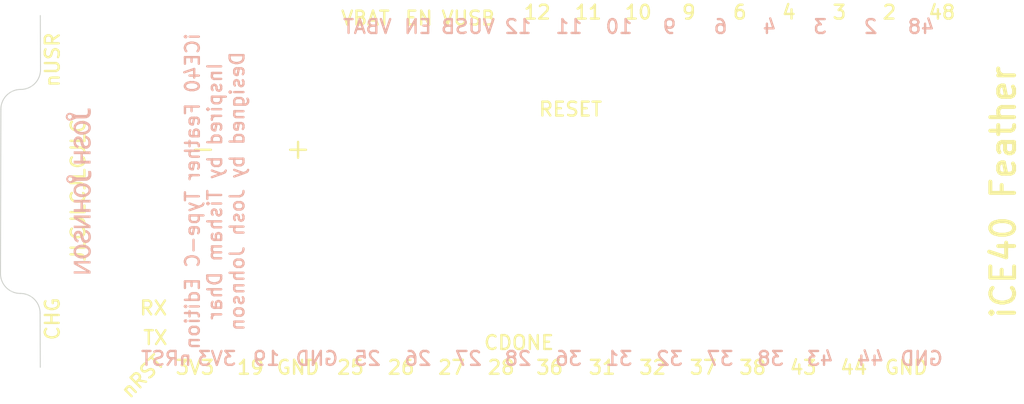
<source format=kicad_pcb>
(kicad_pcb (version 20241229) (generator "pcbnew") (generator_version "9.0")
  (layers (0 "F.Cu" signal) (4 "In1.Cu" signal "Layer2") (6 "In2.Cu" signal "Layer3") (2 "B.Cu" signal) (13 "F.Paste" user) (15 "B.Paste" user) (5 "F.SilkS" user "F.Silkscreen") (7 "B.SilkS" user "B.Silkscreen") (1 "F.Mask" user) (3 "B.Mask" user) (25 "Edge.Cuts" user))
  (net 0 "")
  (footprint "josh-logos:josh-johnson-logo-8_6x1_5" (layer "B.Cu") (at 27.8 33.85 -90)
    (property "Reference" "LOGO3" (hide yes))
    (property "Value" "Josh Name" (hide yes))
    (fp_poly (pts (xy -1.88595 -0.12065) (xy -1.54305 -0.12065) (xy -1.54305 0.2159) (xy -1.4097 0.2159) (xy -1.4097 -0.6223) (xy -1.54305 -0.6223) (xy -1.54305 -0.23495) (xy -1.88595 -0.23495) (xy -1.88595 -0.6223) (xy -2.0193 -0.6223) (xy -2.0193 0.2159) (xy -1.88595 0.2159) (xy -1.88595 -0.12065)) (stroke (width 0.01)) (fill yes) (layer "B.SilkS"))
    (fp_poly (pts (xy 3.605212 0.214515) (xy 3.679825 0.212725) (xy 3.862387 -0.110848) (xy 4.04495 -0.434421) (xy 4.04495 0.2159) (xy 4.1529 0.2159) (xy 4.1529 -0.6223) (xy 4.090987 -0.622025) (xy 4.029075 -0.621751) (xy 3.641725 0.065895) (xy 3.640082 -0.278202) (xy 3.63844 -0.6223) (xy 3.5306 -0.6223) (xy 3.5306 0.216304) (xy 3.605212 0.214515)) (stroke (width 0.01)) (fill yes) (layer "B.SilkS"))
    (fp_poly (pts (xy 1.03505 -0.6223) (xy 0.9017 -0.6223) (xy 0.9017 -0.2413) (xy 0.5588 -0.2413) (xy 0.5588 -0.6223) (xy 0.4318 -0.6223) (xy 0.4318 0.2159) (xy 0.5588 0.2159) (xy 0.5588 -0.12065) (xy 0.901489 -0.12065) (xy 0.903182 0.046038) (xy 0.904875 0.212725) (xy 0.969962 0.214535) (xy 1.03505 0.216345) (xy 1.03505 -0.6223)) (stroke (width 0.01)) (fill yes) (layer "B.SilkS"))
    (fp_poly (pts (xy 1.795295 0.214563) (xy 1.851025 0.212725) (xy 1.854291 -0.622745) (xy 1.790377 -0.620935) (xy 1.726464 -0.619125) (xy 1.535891 -0.282575) (xy 1.501847 -0.222455) (xy 1.469611 -0.165533) (xy 1.439736 -0.112784) (xy 1.412775 -0.065184) (xy 1.389282 -0.02371) (xy 1.369808 0.010661) (xy 1.354908 0.036954) (xy 1.345133 0.054193) (xy 1.341039 0.0614) (xy 1.340997 0.061473) (xy 1.340221 0.05675) (xy 1.339559 0.040446) (xy 1.339019 0.01368) (xy 1.338609 -0.022427) (xy 1.338336 -0.066757) (xy 1.338209 -0.118191) (xy 1.338235 -0.17561) (xy 1.338422 -0.237894) (xy 1.338612 -0.276664) (xy 1.34055 -0.6223) (xy 1.22555 -0.6223) (xy 1.22555 0.2159) (xy 1.375485 0.2159) (xy 1.516099 -0.033337) (xy 1.547052 -0.088208) (xy 1.577668 -0.142498) (xy 1.607044 -0.194602) (xy 1.634275 -0.242913) (xy 1.658455 -0.285827) (xy 1.678681 -0.32174) (xy 1.694047 -0.349045) (xy 1.699894 -0.359447) (xy 1.743075 -0.436319) (xy 1.74132 -0.109959) (xy 1.739565 0.2164) (xy 1.795295 0.214563)) (stroke (width 0.01)) (fill yes) (layer "B.SilkS"))
    (fp_poly (pts (xy -3.180566 0.230517) (xy -3.162336 0.228094) (xy -3.118043 0.219771) (xy -3.082371 0.208577) (xy -3.051275 0.192554) (xy -3.020708 0.169747) (xy -2.996711 0.147982) (xy -2.948463 0.093671) (xy -2.911162 0.033257) (xy -2.884644 -0.033612) (xy -2.868748 -0.10729) (xy -2.86551 -0.136525) (xy -2.86279 -0.216336) (xy -2.869152 -0.289425) (xy -2.885051 -0.35839) (xy -2.91094 -0.425829) (xy -2.919146 -0.442994) (xy -2.953475 -0.50125) (xy -2.993407 -0.549544) (xy -3.038217 -0.587259) (xy -3.087176 -0.61378) (xy -3.137572 -0.628164) (xy -3.171826 -0.633557) (xy -3.197721 -0.636463) (xy -3.219312 -0.637084) (xy -3.240654 -0.63562) (xy -3.254128 -0.633949) (xy -3.313194 -0.621302) (xy -3.364666 -0.600104) (xy -3.409593 -0.569526) (xy -3.449026 -0.528742) (xy -3.484014 -0.476926) (xy -3.505324 -0.435979) (xy -3.522655 -0.397273) (xy -3.535269 -0.363024) (xy -3.543862 -0.329799) (xy -3.549131 -0.294161) (xy -3.55177 -0.252676) (xy -3.552477 -0.2032) (xy -3.552393 -0.197384) (xy -3.415533 -0.197384) (xy -3.414821 -0.2286) (xy -3.413476 -0.265938) (xy -3.411757 -0.293795) (xy -3.409146 -0.315387) (xy -3.405126 -0.333931) (xy -3.39918 -0.352644) (xy -3.391696 -0.372438) (xy -3.370373 -0.418476) (xy -3.345762 -0.457262) (xy -3.319406 -0.486515) (xy -3.309099 -0.494766) (xy -3.27451 -0.512292) (xy -3.233834 -0.521551) (xy -3.190867 -0.522256) (xy -3.149404 -0.514115) (xy -3.133725 -0.508155) (xy -3.100407 -0.486636) (xy -3.070254 -0.453418) (xy -3.043918 -0.409251) (xy -3.039567 -0.40005) (xy -3.024338 -0.364018) (xy -3.013554 -0.331023) (xy -3.006529 -0.297449) (xy -3.002572 -0.259677) (xy -3.000995 -0.214092) (xy -3.000881 -0.19685) (xy -3.001639 -0.148149) (xy -3.00458 -0.10866) (xy -3.010405 -0.074983) (xy -3.019819 -0.043715) (xy -3.033523 -0.011456) (xy -3.043245 0.008138) (xy -3.0696 0.051161) (xy -3.099092 0.08254) (xy -3.133258 0.10323) (xy -3.173638 0.114186) (xy -3.217798 0.116486) (xy -3.262819 0.109751) (xy -3.302351 0.09183) (xy -3.33659 0.062564) (xy -3.365735 0.021796) (xy -3.384373 -0.016431) (xy -3.397333 -0.05041) (xy -3.40647 -0.082297) (xy -3.412244 -0.11529) (xy -3.415111 -0.152586) (xy -3.415533 -0.197384) (xy -3.552393 -0.197384) (xy -3.551743 -0.152622) (xy -3.549073 -0.111301) (xy -3.543763 -0.075853) (xy -3.535112 -0.042894) (xy -3.522416 -0.009042) (xy -3.504972 0.029088) (xy -3.503679 0.03175) (xy -3.485907 0.066335) (xy -3.469513 0.093108) (xy -3.451628 0.116226) (xy -3.429378 0.139845) (xy -3.428191 0.141024) (xy -3.392123 0.173415) (xy -3.357353 0.196555) (xy -3.319672 0.212635) (xy -3.274868 0.223845) (xy -3.265908 0.225483) (xy -3.233102 0.230417) (xy -3.20662 0.232045) (xy -3.180566 0.230517)) (stroke (width 0.01)) (fill yes) (layer "B.SilkS"))
    (fp_poly (pts (xy -3.707103 0.609707) (xy -3.69276 0.604009) (xy -3.656894 0.582425) (xy -3.624022 0.552126) (xy -3.59829 0.517045) (xy -3.595284 0.511578) (xy -3.586587 0.493125) (xy -3.581502 0.475852) (xy -3.579146 0.455193) (xy -3.578638 0.426584) (xy -3.578642 0.42545) (xy -3.578872 0.407959) (xy -3.579767 0.392795) (xy -3.581889 0.377992) (xy -3.585803 0.361582) (xy -3.59207 0.341597) (xy -3.601256 0.316071) (xy -3.613921 0.283037) (xy -3.630631 0.240526) (xy -3.634088 0.231775) (xy -3.689296 0.092075) (xy -3.689433 -0.136525) (xy -3.689614 -0.203669) (xy -3.690095 -0.259312) (xy -3.690917 -0.304646) (xy -3.692119 -0.340868) (xy -3.693741 -0.369173) (xy -3.695824 -0.390754) (xy -3.698407 -0.406807) (xy -3.698513 -0.407314) (xy -3.716869 -0.466385) (xy -3.744976 -0.517779) (xy -3.782263 -0.560854) (xy -3.828158 -0.594967) (xy -3.88209 -0.619478) (xy -3.889755 -0.621955) (xy -3.915947 -0.62804) (xy -3.949823 -0.633137) (xy -3.986996 -0.636862) (xy -4.023081 -0.638833) (xy -4.053689 -0.638667) (xy -4.067175 -0.637444) (xy -4.082967 -0.634735) (xy -4.106183 -0.630259) (xy -4.131845 -0.624977) (xy -4.132263 -0.624888) (xy -4.1783 -0.615083) (xy -4.1783 -0.480831) (xy -4.144963 -0.485017) (xy -4.077587 -0.49183) (xy -4.021082 -0.493777) (xy -3.974511 -0.490667) (xy -3.936936 -0.482309) (xy -3.90742 -0.468511) (xy -3.885026 -0.449082) (xy -3.871547 -0.429242) (xy -3.868035 -0.422305) (xy -3.865156 -0.415034) (xy -3.862834 -0.406133) (xy -3.860996 -0.394307) (xy -3.859567 -0.378259) (xy -3.85847 -0.356694) (xy -3.857633 -0.328316) (xy -3.85698 -0.291829) (xy -3.856436 -0.245939) (xy -3.855926 -0.189349) (xy -3.855637 -0.153646) (xy -3.853648 0.095933) (xy -3.904878 0.228025) (xy -3.925034 0.280544) (xy -3.940693 0.323027) (xy -3.952238 0.357159) (xy -3.960057 0.38463) (xy -3.964532 0.407124) (xy -3.96605 0.426331) (xy -3.964995 0.443936) (xy -3.964634 0.445908) (xy -3.879907 0.445908) (xy -3.879889 0.414086) (xy -3.872118 0.382589) (xy -3.857608 0.354827) (xy -3.837377 0.334211) (xy -3.82768 0.328623) (xy -3.799433 0.317022) (xy -3.777116 0.31205) (xy -3.756083 0.313305) (xy -3.731793 0.32035) (xy -3.702855 0.334652) (xy -3.682165 0.355401) (xy -3.669543 0.377825) (xy -3.659403 0.41356) (xy -3.660839 0.448428) (xy -3.672792 0.480301) (xy -3.6942 0.507048) (xy -3.724003 0.526537) (xy -3.747429 0.534316) (xy -3.781735 0.535883) (xy -3.815296 0.526454) (xy -3.845031 0.507513) (xy -3.867856 0.480549) (xy -3.871157 0.474643) (xy -3.879907 0.445908) (xy -3.964634 0.445908) (xy -3.961752 0.461626) (xy -3.959907 0.469188) (xy -3.942211 0.515322) (xy -3.915596 0.554173) (xy -3.88173 0.584897) (xy -3.84228 0.606655) (xy -3.798914 0.618603) (xy -3.753299 0.619901) (xy -3.707103 0.609707)) (stroke (width 0.01)) (fill yes) (layer "B.SilkS"))
    (fp_poly (pts (xy 3.076723 0.226373) (xy 3.111997 0.220532) (xy 3.14715 0.211973) (xy 3.178116 0.201699) (xy 3.20083 0.190715) (xy 3.202365 0.189703) (xy 3.240179 0.159279) (xy 3.277586 0.121009) (xy 3.310662 0.079249) (xy 3.331006 0.046917) (xy 3.352844 0.002803) (xy 3.368513 -0.039871) (xy 3.378808 -0.084552) (xy 3.384522 -0.134684) (xy 3.38645 -0.193675) (xy 3.385483 -0.250011) (xy 3.381506 -0.29737) (xy 3.373773 -0.339272) (xy 3.361541 -0.379234) (xy 3.344064 -0.420777) (xy 3.333991 -0.441522) (xy 3.3019 -0.496269) (xy 3.264816 -0.543471) (xy 3.224281 -0.581457) (xy 3.181834 -0.608557) (xy 3.178175 -0.610311) (xy 3.138298 -0.625101) (xy 3.094011 -0.635272) (xy 3.049882 -0.640129) (xy 3.010483 -0.638976) (xy 3.000375 -0.637375) (xy 2.959391 -0.628933) (xy 2.928026 -0.621103) (xy 2.903357 -0.612505) (xy 2.882458 -0.601757) (xy 2.862406 -0.587477) (xy 2.840278 -0.568284) (xy 2.826015 -0.554994) (xy 2.803342 -0.532338) (xy 2.785596 -0.510904) (xy 2.769812 -0.48656) (xy 2.753025 -0.455172) (xy 2.749829 -0.44878) (xy 2.728221 -0.400458) (xy 2.713014 -0.353992) (xy 2.703393 -0.305597) (xy 2.69854 -0.251492) (xy 2.69754 -0.206375) (xy 2.835534 -0.206375) (xy 2.836172 -0.254843) (xy 2.838745 -0.29398) (xy 2.843959 -0.327093) (xy 2.852519 -0.357491) (xy 2.865128 -0.388482) (xy 2.881251 -0.421011) (xy 2.909809 -0.464396) (xy 2.94389 -0.496483) (xy 2.983015 -0.517061) (xy 3.026706 -0.525919) (xy 3.074484 -0.522848) (xy 3.099234 -0.516927) (xy 3.136903 -0.499312) (xy 3.170208 -0.470085) (xy 3.198721 -0.429709) (xy 3.218446 -0.388051) (xy 3.232461 -0.349077) (xy 3.242025 -0.312955) (xy 3.247847 -0.275532) (xy 3.250635 -0.232656) (xy 3.251163 -0.196428) (xy 3.249716 -0.143247) (xy 3.244869 -0.098859) (xy 3.235956 -0.059654) (xy 3.222313 -0.022022) (xy 3.216748 -0.009525) (xy 3.196525 0.029199) (xy 3.175456 0.058316) (xy 3.151072 0.080816) (xy 3.131468 0.093788) (xy 3.115549 0.102316) (xy 3.100729 0.107496) (xy 3.082979 0.110132) (xy 3.058267 0.111029) (xy 3.044825 0.11108) (xy 3.014107 0.11042) (xy 2.992191 0.10807) (xy 2.975224 0.103389) (xy 2.962275 0.097349) (xy 2.927198 0.072135) (xy 2.897308 0.036689) (xy 2.877749 0.002844) (xy 2.861947 -0.03099) (xy 2.850543 -0.061608) (xy 2.842869 -0.092325) (xy 2.838256 -0.126452) (xy 2.836036 -0.167301) (xy 2.835534 -0.206375) (xy 2.69754 -0.206375) (xy 2.699625 -0.143491) (xy 2.706583 -0.08884) (xy 2.719221 -0.038624) (xy 2.738346 0.010957) (xy 2.748136 0.03175) (xy 2.777564 0.082015) (xy 2.813474 0.127948) (xy 2.853323 0.166667) (xy 2.890116 0.192766) (xy 2.922473 0.207235) (xy 2.96288 0.218698) (xy 3.006841 0.22612) (xy 3.045396 0.22849) (xy 3.076723 0.226373)) (stroke (width 0.01)) (fill yes) (layer "B.SilkS"))
    (fp_poly (pts (xy -0.003004 0.223476) (xy 0.049677 0.211797) (xy 0.096495 0.192385) (xy 0.0966 0.192327) (xy 0.123353 0.173925) (xy 0.153095 0.147215) (xy 0.183059 0.115208) (xy 0.210476 0.080917) (xy 0.232577 0.047351) (xy 0.236628 0.040029) (xy 0.257301 -0.003735) (xy 0.271996 -0.047136) (xy 0.281443 -0.093522) (xy 0.286373 -0.146245) (xy 0.28755 -0.193675) (xy 0.286449 -0.250306) (xy 0.282287 -0.298024) (xy 0.27433 -0.340401) (xy 0.261842 -0.381009) (xy 0.244088 -0.423421) (xy 0.237348 -0.437599) (xy 0.217313 -0.475384) (xy 0.196405 -0.506513) (xy 0.170684 -0.536656) (xy 0.16261 -0.545146) (xy 0.127556 -0.578278) (xy 0.094366 -0.602092) (xy 0.05933 -0.618681) (xy 0.01874 -0.630141) (xy 0.008335 -0.632251) (xy -0.026477 -0.63802) (xy -0.055735 -0.640248) (xy -0.084857 -0.638929) (xy -0.119261 -0.634056) (xy -0.130369 -0.632092) (xy -0.169909 -0.622529) (xy -0.203916 -0.6083) (xy -0.236184 -0.587345) (xy -0.270507 -0.557605) (xy -0.274328 -0.553944) (xy -0.297588 -0.52985) (xy -0.316399 -0.50587) (xy -0.333811 -0.477706) (xy -0.349164 -0.44852) (xy -0.369805 -0.403666) (xy -0.384557 -0.361721) (xy -0.394214 -0.319002) (xy -0.399573 -0.271822) (xy -0.401431 -0.216497) (xy -0.401456 -0.206375) (xy -0.263363 -0.206375) (xy -0.262636 -0.254972) (xy -0.259983 -0.294231) (xy -0.254699 -0.327453) (xy -0.246081 -0.35794) (xy -0.233423 -0.388995) (xy -0.217549 -0.421011) (xy -0.188991 -0.464396) (xy -0.15491 -0.496483) (xy -0.115785 -0.517061) (xy -0.072094 -0.525919) (xy -0.024316 -0.522848) (xy 0.000434 -0.516927) (xy 0.036886 -0.499737) (xy 0.0697 -0.471114) (xy 0.098253 -0.431959) (xy 0.121924 -0.383177) (xy 0.140089 -0.325671) (xy 0.143995 -0.308644) (xy 0.14883 -0.275424) (xy 0.151321 -0.235024) (xy 0.151591 -0.190874) (xy 0.149761 -0.146408) (xy 0.145953 -0.105056) (xy 0.14029 -0.070251) (xy 0.134805 -0.050246) (xy 0.113417 0.000965) (xy 0.089669 0.041166) (xy 0.062404 0.071987) (xy 0.032737 0.093747) (xy 0.016794 0.102293) (xy 0.001976 0.107485) (xy -0.015752 0.110128) (xy -0.040421 0.111028) (xy -0.053975 0.11108) (xy -0.084693 0.11042) (xy -0.106609 0.10807) (xy -0.123576 0.103389) (xy -0.136525 0.097349) (xy -0.172983 0.071081) (xy -0.203462 0.034482) (xy -0.221726 0.002108) (xy -0.237381 -0.032149) (xy -0.248646 -0.062554) (xy -0.256199 -0.092494) (xy -0.260717 -0.125361) (xy -0.262876 -0.164544) (xy -0.263363 -0.206375) (xy -0.401456 -0.206375) (xy -0.399796 -0.147756) (xy -0.394421 -0.097793) (xy -0.384545 -0.052786) (xy -0.36938 -0.009032) (xy -0.350849 0.03175) (xy -0.321412 0.08183) (xy -0.285579 0.12764) (xy -0.245898 0.166294) (xy -0.208684 0.192766) (xy -0.164389 0.212066) (xy -0.113221 0.223615) (xy -0.058365 0.227416) (xy -0.003004 0.223476)) (stroke (width 0.01)) (fill yes) (layer "B.SilkS"))
    (fp_poly (pts (xy -0.565488 0.587697) (xy -0.520797 0.5706) (xy -0.482598 0.542751) (xy -0.45161 0.504601) (xy -0.439927 0.48362) (xy -0.43003 0.460949) (xy -0.42471 0.440308) (xy -0.422763 0.415867) (xy -0.422681 0.40005) (xy -0.423095 0.384081) (xy -0.424426 0.369333) (xy -0.427242 0.353869) (xy -0.432112 0.335756) (xy -0.439606 0.313059) (xy -0.450293 0.283843) (xy -0.464742 0.246173) (xy -0.477796 0.212725) (xy -0.532505 0.073025) (xy -0.535131 -0.174625) (xy -0.535873 -0.238909) (xy -0.536649 -0.291825) (xy -0.537525 -0.334702) (xy -0.538566 -0.368873) (xy -0.539836 -0.395669) (xy -0.541403 -0.416419) (xy -0.543329 -0.432456) (xy -0.545682 -0.44511) (xy -0.548526 -0.455713) (xy -0.548995 -0.457194) (xy -0.559367 -0.48257) (xy -0.574816 -0.512333) (xy -0.592945 -0.542512) (xy -0.611355 -0.569136) (xy -0.62765 -0.588233) (xy -0.628735 -0.589266) (xy -0.646645 -0.602602) (xy -0.672374 -0.617744) (xy -0.701671 -0.632557) (xy -0.730281 -0.644908) (xy -0.753952 -0.652662) (xy -0.756 -0.653128) (xy -0.783615 -0.657545) (xy -0.818057 -0.660964) (xy -0.854128 -0.663056) (xy -0.88663 -0.66349) (xy -0.904875 -0.662593) (xy -0.924225 -0.659993) (xy -0.950215 -0.655522) (xy -0.976313 -0.650336) (xy -1.02235 -0.640483) (xy -1.02235 -0.503289) (xy -0.992188 -0.509298) (xy -0.973546 -0.511813) (xy -0.946137 -0.514024) (xy -0.913894 -0.515666) (xy -0.885825 -0.516416) (xy -0.839103 -0.51576) (xy -0.802598 -0.511853) (xy -0.774106 -0.504079) (xy -0.751421 -0.491823) (xy -0.732338 -0.47447) (xy -0.731312 -0.473313) (xy -0.723366 -0.462959) (xy -0.71679 -0.450831) (xy -0.711459 -0.435702) (xy -0.707249 -0.416342) (xy -0.704033 -0.391523) (xy -0.701686 -0.360016) (xy -0.700085 -0.320593) (xy -0.699104 -0.272026) (xy -0.698618 -0.213085) (xy -0.6985 -0.150775) (xy -0.6985 0.068885) (xy -0.754063 0.210655) (xy -0.771593 0.255552) (xy -0.784987 0.29057) (xy -0.794796 0.317633) (xy -0.801576 0.338664) (xy -0.805879 0.355587) (xy -0.808258 0.370326) (xy -0.809267 0.384804) (xy -0.809394 0.395497) (xy -0.727746 0.395497) (xy -0.721686 0.363888) (xy -0.70756 0.335547) (xy -0.686697 0.312194) (xy -0.660427 0.295547) (xy -0.63008 0.287325) (xy -0.596986 0.289249) (xy -0.580799 0.294171) (xy -0.547826 0.31307) (xy -0.523702 0.339609) (xy -0.509302 0.371599) (xy -0.505499 0.406852) (xy -0.513167 0.44318) (xy -0.517373 0.453005) (xy -0.536757 0.480211) (xy -0.563164 0.49901) (xy -0.593995 0.509285) (xy -0.626653 0.51092) (xy -0.65854 0.503798) (xy -0.687059 0.487804) (xy -0.709613 0.46282) (xy -0.710347 0.461643) (xy -0.72441 0.428655) (xy -0.727746 0.395497) (xy -0.809394 0.395497) (xy -0.809459 0.400945) (xy -0.809453 0.403225) (xy -0.808441 0.433334) (xy -0.80508 0.455397) (xy -0.798517 0.473981) (xy -0.794891 0.481299) (xy -0.765657 0.524308) (xy -0.728514 0.55859) (xy -0.69952 0.576074) (xy -0.676517 0.586066) (xy -0.655339 0.59145) (xy -0.630087 0.59346) (xy -0.61595 0.593594) (xy -0.565488 0.587697)) (stroke (width 0.01)) (fill yes) (layer "B.SilkS"))
    (fp_poly (pts (xy -2.448047 0.228144) (xy -2.430303 0.225497) (xy -2.377349 0.214237) (xy -2.334623 0.200087) (xy -2.299747 0.181699) (xy -2.270341 0.157723) (xy -2.244029 0.126813) (xy -2.235904 0.115281) (xy -2.22235 0.094193) (xy -2.208553 0.070924) (xy -2.195942 0.04814) (xy -2.185947 0.028509) (xy -2.179999 0.014699) (xy -2.179211 0.009511) (xy -2.18581 0.007117) (xy -2.2019 0.002257) (xy -2.224703 -0.004247) (xy -2.239954 -0.00846) (xy -2.298683 -0.024506) (xy -2.302618 -0.00749) (xy -2.317762 0.031122) (xy -2.34316 0.06375) (xy -2.377405 0.089438) (xy -2.419089 0.10723) (xy -2.466803 0.116171) (xy -2.486025 0.117046) (xy -2.533397 0.113215) (xy -2.573339 0.101264) (xy -2.604867 0.081794) (xy -2.626998 0.055404) (xy -2.638509 0.024012) (xy -2.638417 -0.007622) (xy -2.627684 -0.039813) (xy -2.612292 -0.063213) (xy -2.603903 -0.071732) (xy -2.593097 -0.079298) (xy -2.578196 -0.086522) (xy -2.557523 -0.094017) (xy -2.529399 -0.102393) (xy -2.492147 -0.112263) (xy -2.446404 -0.12367) (xy -2.380527 -0.140962) (xy -2.326042 -0.15816) (xy -2.281683 -0.176202) (xy -2.246184 -0.196028) (xy -2.21828 -0.218575) (xy -2.196705 -0.244782) (xy -2.180192 -0.275589) (xy -2.167476 -0.311934) (xy -2.161577 -0.334905) (xy -2.155118 -0.388585) (xy -2.160771 -0.439774) (xy -2.178044 -0.487512) (xy -2.20644 -0.530837) (xy -2.245465 -0.568787) (xy -2.294625 -0.600401) (xy -2.299404 -0.60284) (xy -2.321788 -0.613531) (xy -2.341511 -0.621291) (xy -2.361848 -0.626895) (xy -2.386075 -0.631119) (xy -2.417467 -0.634739) (xy -2.44475 -0.637267) (xy -2.461659 -0.637186) (xy -2.486277 -0.635195) (xy -2.513827 -0.631706) (xy -2.519253 -0.630867) (xy -2.580149 -0.618455) (xy -2.630472 -0.602054) (xy -2.671931 -0.580897) (xy -2.706239 -0.554218) (xy -2.718627 -0.541513) (xy -2.736409 -0.51909) (xy -2.756653 -0.489357) (xy -2.77669 -0.456624) (xy -2.793847 -0.425196) (xy -2.803154 -0.405226) (xy -2.812875 -0.381827) (xy -2.76375 -0.371349) (xy -2.739272 -0.366239) (xy -2.718981 -0.362205) (xy -2.706613 -0.359985) (xy -2.705417 -0.359823) (xy -2.69786 -0.364637) (xy -2.686634 -0.37882) (xy -2.67341 -0.400219) (xy -2.671799 -0.403115) (xy -2.650052 -0.439286) (xy -2.628814 -0.465673) (xy -2.604953 -0.484661) (xy -2.575339 -0.498634) (xy -2.536841 -0.509976) (xy -2.529023 -0.511853) (xy -2.478233 -0.519647) (xy -2.430282 -0.51913) (xy -2.386957 -0.510762) (xy -2.350046 -0.495002) (xy -2.321338 -0.472312) (xy -2.308517 -0.455095) (xy -2.296054 -0.424842) (xy -2.2913 -0.392323) (xy -2.294258 -0.361362) (xy -2.304928 -0.335783) (xy -2.308494 -0.331039) (xy -2.320849 -0.317908) (xy -2.334978 -0.306693) (xy -2.352692 -0.296621) (xy -2.375797 -0.286923) (xy -2.406103 -0.276828) (xy -2.445418 -0.265566) (xy -2.489411 -0.253945) (xy -2.529553 -0.243241) (xy -2.567805 -0.23241) (xy -2.601562 -0.222238) (xy -2.628215 -0.213512) (xy -2.645158 -0.207016) (xy -2.645235 -0.206981) (xy -2.688004 -0.180731) (xy -2.722771 -0.145668) (xy -2.748687 -0.103472) (xy -2.764901 -0.055827) (xy -2.770561 -0.004413) (xy -2.767509 0.034731) (xy -2.759768 0.0705) (xy -2.747763 0.099523) (xy -2.728989 0.126838) (xy -2.712268 0.145744) (xy -2.671587 0.180021) (xy -2.622846 0.20596) (xy -2.568024 0.222999) (xy -2.509098 0.230581) (xy -2.448047 0.228144)) (stroke (width 0.01)) (fill yes) (layer "B.SilkS"))
    (fp_poly (pts (xy 2.300787 0.226392) (xy 2.359555 0.218333) (xy 2.412868 0.202909) (xy 2.458782 0.180691) (xy 2.495354 0.152251) (xy 2.496949 0.150628) (xy 2.511496 0.133446) (xy 2.528136 0.11048) (xy 2.545061 0.08467) (xy 2.560462 0.058951) (xy 2.57253 0.036264) (xy 2.579456 0.019545) (xy 2.580388 0.015109) (xy 2.577518 0.00889) (xy 2.566664 0.002545) (xy 2.546114 -0.004743) (xy 2.5273 -0.010219) (xy 2.502754 -0.016933) (xy 2.483118 -0.022115) (xy 2.471408 -0.024979) (xy 2.469567 -0.025301) (xy 2.465625 -0.019898) (xy 2.460188 -0.006211) (xy 2.458081 0.000395) (xy 2.442948 0.031284) (xy 2.417713 0.060566) (xy 2.384936 0.085596) (xy 2.365375 0.096237) (xy 2.324685 0.110037) (xy 2.281499 0.115208) (xy 2.238612 0.112152) (xy 2.198817 0.101269) (xy 2.164908 0.08296) (xy 2.145048 0.064628) (xy 2.128173 0.03549) (xy 2.123377 0.003481) (xy 2.13088 -0.029729) (xy 2.132251 -0.03291) (xy 2.14032 -0.049386) (xy 2.149184 -0.06286) (xy 2.160419 -0.074107) (xy 2.175601 -0.083906) (xy 2.196306 -0.093033) (xy 2.224112 -0.102264) (xy 2.260594 -0.112378) (xy 2.30733 -0.124149) (xy 2.327275 -0.129017) (xy 2.392274 -0.146219) (xy 2.445764 -0.163673) (xy 2.48893 -0.182007) (xy 2.522956 -0.201848) (xy 2.549029 -0.223822) (xy 2.568332 -0.248555) (xy 2.574675 -0.259858) (xy 2.597155 -0.31615) (xy 2.607445 -0.371169) (xy 2.605863 -0.423926) (xy 2.592727 -0.473431) (xy 2.568356 -0.518697) (xy 2.533067 -0.558732) (xy 2.487178 -0.592549) (xy 2.463658 -0.605228) (xy 2.407779 -0.627068) (xy 2.35028 -0.638328) (xy 2.288923 -0.639267) (xy 2.231137 -0.631975) (xy 2.177524 -0.620194) (xy 2.13386 -0.605572) (xy 2.097486 -0.586814) (xy 2.065743 -0.562619) (xy 2.043659 -0.540437) (xy 2.027077 -0.520159) (xy 2.009801 -0.495763) (xy 1.993034 -0.469415) (xy 1.977978 -0.443281) (xy 1.965836 -0.419528) (xy 1.957812 -0.400322) (xy 1.955108 -0.387829) (xy 1.95694 -0.384268) (xy 1.969917 -0.380479) (xy 1.990026 -0.375515) (xy 2.013099 -0.370296) (xy 2.034966 -0.36574) (xy 2.05146 -0.362767) (xy 2.0574 -0.362119) (xy 2.065042 -0.367312) (xy 2.075957 -0.380951) (xy 2.087795 -0.400095) (xy 2.087905 -0.400294) (xy 2.111736 -0.439499) (xy 2.135706 -0.468451) (xy 2.162758 -0.489284) (xy 2.195834 -0.504132) (xy 2.237876 -0.515129) (xy 2.249335 -0.517378) (xy 2.305891 -0.523388) (xy 2.356387 -0.519267) (xy 2.400124 -0.505153) (xy 2.436399 -0.481185) (xy 2.437415 -0.480269) (xy 2.457978 -0.454809) (xy 2.469113 -0.423429) (xy 2.47184 -0.393531) (xy 2.470029 -0.367467) (xy 2.463266 -0.345517) (xy 2.45036 -0.32682) (xy 2.430119 -0.310516) (xy 2.401354 -0.295744) (xy 2.362873 -0.281643) (xy 2.313485 -0.267355) (xy 2.288114 -0.260817) (xy 2.233174 -0.24668) (xy 2.188916 -0.234313) (xy 2.153572 -0.222985) (xy 2.125373 -0.211965) (xy 2.10255 -0.200522) (xy 2.083335 -0.187925) (xy 2.065959 -0.173443) (xy 2.057744 -0.165599) (xy 2.026229 -0.128218) (xy 2.005908 -0.088336) (xy 1.995671 -0.043252) (xy 1.9939 -0.010112) (xy 1.998466 0.042839) (xy 2.012601 0.088498) (xy 2.036959 0.127865) (xy 2.072196 0.16194) (xy 2.118966 0.191723) (xy 2.129623 0.197184) (xy 2.157681 0.210348) (xy 2.18041 0.218551) (xy 2.203411 0.223299) (xy 2.232283 0.226103) (xy 2.238509 0.226516) (xy 2.300787 0.226392)) (stroke (width 0.01)) (fill yes) (layer "B.SilkS"))
  )
  (gr_line (start 39.3 31.75) (end 38.5 31.75) (stroke (width 0.12)) (layer "F.SilkS"))
  (gr_line (start 34.5 31.75) (end 33.7 31.75) (stroke (width 0.12)) (layer "F.SilkS"))
  (gr_line (start 38.9 31.35) (end 38.9 32.15) (stroke (width 0.12)) (layer "F.SilkS"))
  (gr_arc (start 24.88 39.010002) (mid 25.587107 39.302895) (end 25.88 40.010002) (stroke (width 0.05)) (layer "Edge.Cuts"))
  (gr_arc (start 25.9 27.7) (mid 25.607107 28.407107) (end 24.9 28.7) (stroke (width 0.05)) (layer "Edge.Cuts"))
  (gr_line (start 23.88 38.010002) (end 23.9 29.7) (stroke (width 0.05)) (layer "Edge.Cuts"))
  (gr_line (start 25.88 40.010002) (end 25.89 42.745001) (stroke (width 0.05)) (layer "Edge.Cuts"))
  (gr_line (start 25.89 24.965001) (end 25.9 27.7) (stroke (width 0.05)) (layer "Edge.Cuts"))
  (gr_arc (start 24.88 39.010002) (mid 24.172893 38.717109) (end 23.88 38.010002) (stroke (width 0.05)) (layer "Edge.Cuts"))
  (gr_arc (start 23.9 29.7) (mid 24.192893 28.992893) (end 24.9 28.7) (stroke (width 0.05)) (layer "Edge.Cuts"))
  (gr_text "CDONE" (at 50.05 41.5 0) (layer "F.SilkS") (effects (font (size 0.7 0.7) (thickness 0.12))))
  (gr_text "TX" (at 31.7 41.25 0) (layer "F.SilkS") (effects (font (size 0.7 0.7) (thickness 0.12))))
  (gr_text "RX" (at 31.6 39.75 0) (layer "F.SilkS") (effects (font (size 0.7 0.7) (thickness 0.12))))
  (gr_text "nUSR" (at 26.5 27.2 90) (layer "F.SilkS") (effects (font (size 0.7 0.7) (thickness 0.12))))
  (gr_text "CHG" (at 26.5 40.3 90) (layer "F.SilkS") (effects (font (size 0.7 0.7) (thickness 0.12))))
  (gr_text "19" (at 36.5 42.75 0) (layer "F.SilkS") (effects (font (size 0.7 0.7) (thickness 0.12))))
  (gr_text "10" (at 56.075 24.8 0) (layer "F.SilkS") (effects (font (size 0.7 0.7) (thickness 0.12))))
  (gr_text "26" (at 44.1 42.75 0) (layer "F.SilkS") (effects (font (size 0.7 0.7) (thickness 0.12))))
  (gr_text "4" (at 63.675 24.8 0) (layer "F.SilkS") (effects (font (size 0.7 0.7) (thickness 0.12))))
  (gr_text "3V3" (at 33.7 42.75 0) (layer "F.SilkS") (effects (font (size 0.7 0.7) (thickness 0.12))))
  (gr_text "VUSB" (at 47.5 25.1 0) (layer "F.SilkS") (effects (font (size 0.7 0.7) (thickness 0.12))))
  (gr_text "JLCJLCJLCJLC" (at 27.8 33.8 90) (layer "F.SilkS") (effects (font (size 0.7 0.7) (thickness 0.12))))
  (gr_text "6" (at 61.2 24.8 0) (layer "F.SilkS") (effects (font (size 0.7 0.7) (thickness 0.12))))
  (gr_text "RESET" (at 52.65 29.7 0) (layer "F.SilkS") (effects (font (size 0.7 0.7) (thickness 0.12))))
  (gr_text "48" (at 71.4 24.8 0) (layer "F.SilkS") (effects (font (size 0.7 0.7) (thickness 0.12))))
  (gr_text "iCE40 Feather" (at 74.5 33.9 90) (layer "F.SilkS") (effects (font (size 1.2 1.2) (thickness 0.2))))
  (gr_text "GND" (at 38.9 42.75 0) (layer "F.SilkS") (effects (font (size 0.7 0.7) (thickness 0.12))))
  (gr_text "GND" (at 69.6 42.75 0) (layer "F.SilkS") (effects (font (size 0.7 0.7) (thickness 0.12))))
  (gr_text "27" (at 46.65 42.75 0) (layer "F.SilkS") (effects (font (size 0.7 0.7) (thickness 0.12))))
  (gr_text "32" (at 56.8 42.75 0) (layer "F.SilkS") (effects (font (size 0.7 0.7) (thickness 0.12))))
  (gr_text "3" (at 66.225 24.8 0) (layer "F.SilkS") (effects (font (size 0.7 0.7) (thickness 0.12))))
  (gr_text "25" (at 41.55 42.75 0) (layer "F.SilkS") (effects (font (size 0.7 0.7) (thickness 0.12))))
  (gr_text "2" (at 68.75 24.8 0) (layer "F.SilkS") (effects (font (size 0.7 0.7) (thickness 0.12))))
  (gr_text "11" (at 53.55 24.8 0) (layer "F.SilkS") (effects (font (size 0.7 0.7) (thickness 0.12))))
  (gr_text "9" (at 58.625 24.8 0) (layer "F.SilkS") (effects (font (size 0.7 0.7) (thickness 0.12))))
  (gr_text "38" (at 61.85 42.75 0) (layer "F.SilkS") (effects (font (size 0.7 0.7) (thickness 0.12))))
  (gr_text "31" (at 54.25 42.75 0) (layer "F.SilkS") (effects (font (size 0.7 0.7) (thickness 0.12))))
  (gr_text "28" (at 49.15 42.75 0) (layer "F.SilkS") (effects (font (size 0.7 0.7) (thickness 0.12))))
  (gr_text "36" (at 51.600001 42.75 0) (layer "F.SilkS") (effects (font (size 0.7 0.7) (thickness 0.12))))
  (gr_text "EN" (at 45 25.1 0) (layer "F.SilkS") (effects (font (size 0.7 0.7) (thickness 0.12))))
  (gr_text "44" (at 66.95 42.75 0) (layer "F.SilkS") (effects (font (size 0.7 0.7) (thickness 0.12))))
  (gr_text "VBAT" (at 42.3 25.1 0) (layer "F.SilkS") (effects (font (size 0.7 0.7) (thickness 0.12))))
  (gr_text "37" (at 59.35 42.75 0) (layer "F.SilkS") (effects (font (size 0.7 0.7) (thickness 0.12))))
  (gr_text "12" (at 50.975 24.8 0) (layer "F.SilkS") (effects (font (size 0.7 0.7) (thickness 0.12))))
  (gr_text "nRST" (at 31.05 43.2 45) (layer "F.SilkS") (effects (font (size 0.7 0.7) (thickness 0.12))))
  (gr_text "43" (at 64.4 42.75 0) (layer "F.SilkS") (effects (font (size 0.7 0.7) (thickness 0.12))))
  (gr_text "25" (at 42.4 42.3 0) (layer "B.SilkS") (effects (font (size 0.7 0.7) (thickness 0.12)) (justify mirror)))
  (gr_text "38" (at 62.75 42.3 0) (layer "B.SilkS") (effects (font (size 0.7 0.7) (thickness 0.12)) (justify mirror)))
  (gr_text "27" (at 47.5 42.3 0) (layer "B.SilkS") (effects (font (size 0.7 0.7) (thickness 0.12)) (justify mirror)))
  (gr_text "32" (at 57.65 42.3 0) (layer "B.SilkS") (effects (font (size 0.7 0.7) (thickness 0.12)) (justify mirror)))
  (gr_text "nRST" (at 32.25 42.3 0) (layer "B.SilkS") (effects (font (size 0.7 0.7) (thickness 0.12)) (justify mirror)))
  (gr_text "26" (at 44.95 42.3 0) (layer "B.SilkS") (effects (font (size 0.7 0.7) (thickness 0.12)) (justify mirror)))
  (gr_text "43" (at 65.25 42.3 0) (layer "B.SilkS") (effects (font (size 0.7 0.7) (thickness 0.12)) (justify mirror)))
  (gr_text "19" (at 37.3 42.3 0) (layer "B.SilkS") (effects (font (size 0.7 0.7) (thickness 0.12)) (justify mirror)))
  (gr_text "37" (at 60.2 42.3 0) (layer "B.SilkS") (effects (font (size 0.7 0.7) (thickness 0.12)) (justify mirror)))
  (gr_text "28" (at 50 42.3 0) (layer "B.SilkS") (effects (font (size 0.7 0.7) (thickness 0.12)) (justify mirror)))
  (gr_text "GND" (at 70.375 42.3 0) (layer "B.SilkS") (effects (font (size 0.7 0.7) (thickness 0.12)) (justify mirror)))
  (gr_text "31" (at 55.1 42.3 0) (layer "B.SilkS") (effects (font (size 0.7 0.7) (thickness 0.12)) (justify mirror)))
  (gr_text "3V3" (at 34.8 42.3 0) (layer "B.SilkS") (effects (font (size 0.7 0.7) (thickness 0.12)) (justify mirror)))
  (gr_text "GND" (at 39.85 42.3 0) (layer "B.SilkS") (effects (font (size 0.7 0.7) (thickness 0.12)) (justify mirror)))
  (gr_text "36" (at 52.55 42.3 0) (layer "B.SilkS") (effects (font (size 0.7 0.7) (thickness 0.12)) (justify mirror)))
  (gr_text "9" (at 57.65 25.526859 0) (layer "B.SilkS") (effects (font (size 0.7 0.7) (thickness 0.12)) (justify mirror)))
  (gr_text "12" (at 50 25.526859 0) (layer "B.SilkS") (effects (font (size 0.7 0.7) (thickness 0.12)) (justify mirror)))
  (gr_text "VUSB" (at 47.475 25.526859 0) (layer "B.SilkS") (effects (font (size 0.7 0.7) (thickness 0.12)) (justify mirror)))
  (gr_text "EN" (at 44.95 25.526859 0) (layer "B.SilkS") (effects (font (size 0.7 0.7) (thickness 0.12)) (justify mirror)))
  (gr_text "6" (at 60.225 25.526859 0) (layer "B.SilkS") (effects (font (size 0.7 0.7) (thickness 0.12)) (justify mirror)))
  (gr_text "11" (at 52.575 25.526859 0) (layer "B.SilkS") (effects (font (size 0.7 0.7) (thickness 0.12)) (justify mirror)))
  (gr_text "48" (at 70.35 25.526859 0) (layer "B.SilkS") (effects (font (size 0.7 0.7) (thickness 0.12)) (justify mirror)))
  (gr_text "10" (at 55.1 25.526859 0) (layer "B.SilkS") (effects (font (size 0.7 0.7) (thickness 0.12)) (justify mirror)))
  (gr_text "2" (at 67.8 25.526859 0) (layer "B.SilkS") (effects (font (size 0.7 0.7) (thickness 0.12)) (justify mirror)))
  (gr_text "3" (at 65.25 25.526859 0) (layer "B.SilkS") (effects (font (size 0.7 0.7) (thickness 0.12)) (justify mirror)))
  (gr_text "4" (at 62.7 25.526859 0) (layer "B.SilkS") (effects (font (size 0.7 0.7) (thickness 0.12)) (justify mirror)))
  (gr_text "VBAT" (at 42.4 25.526859 0) (layer "B.SilkS") (effects (font (size 0.7 0.7) (thickness 0.12)) (justify mirror)))
  (gr_text "44" (at 67.8 42.3 0) (layer "B.SilkS") (effects (font (size 0.7 0.7) (thickness 0.12)) (justify mirror)))
  (gr_text "iCE40 Feather Type-C Edition\nInspired by Tisham Dhar\nDesigned by Josh Johnson" (at 34.7 33.85 90) (layer "B.SilkS") (effects (font (size 0.7 0.7) (thickness 0.12)) (justify mirror)))
)
</source>
